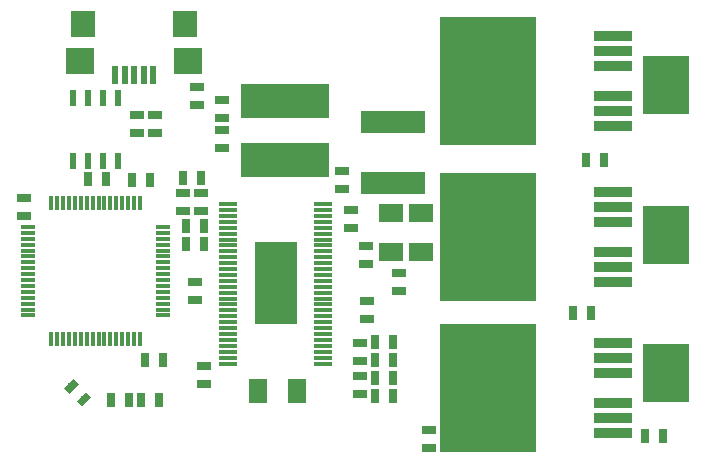
<source format=gtp>
G04 #@! TF.GenerationSoftware,KiCad,Pcbnew,(5.1.0)-1*
G04 #@! TF.CreationDate,2020-02-16T21:22:29+11:00*
G04 #@! TF.ProjectId,BLDC_4,424c4443-5f34-42e6-9b69-6361645f7063,A*
G04 #@! TF.SameCoordinates,Original*
G04 #@! TF.FileFunction,Paste,Top*
G04 #@! TF.FilePolarity,Positive*
%FSLAX46Y46*%
G04 Gerber Fmt 4.6, Leading zero omitted, Abs format (unit mm)*
G04 Created by KiCad (PCBNEW (5.1.0)-1) date 2020-02-16 21:22:29*
%MOMM*%
%LPD*%
G04 APERTURE LIST*
%ADD10R,3.200400X0.899160*%
%ADD11R,8.150860X10.800080*%
%ADD12R,5.499100X1.849120*%
%ADD13R,7.498080X2.997200*%
%ADD14R,4.000000X5.000000*%
%ADD15R,0.300000X1.300480*%
%ADD16R,1.300480X0.300000*%
%ADD17R,3.599180X7.000240*%
%ADD18R,1.501140X0.299720*%
%ADD19R,2.032000X1.524000*%
%ADD20R,1.524000X2.032000*%
%ADD21R,1.143000X0.635000*%
%ADD22R,0.635000X1.143000*%
%ADD23R,0.599440X1.399540*%
%ADD24R,2.000000X2.200000*%
%ADD25R,2.400000X2.200000*%
%ADD26R,0.500000X1.500000*%
%ADD27C,0.635000*%
%ADD28C,0.150000*%
G04 APERTURE END LIST*
D10*
X91753540Y-43899000D03*
X91753540Y-45169000D03*
X91753540Y-46439000D03*
X91753540Y-48979000D03*
X91753540Y-50249000D03*
X91753540Y-51519000D03*
D11*
X81151580Y-47709000D03*
D12*
X73082000Y-51229440D03*
X73082000Y-56380560D03*
D13*
X63938000Y-49400640D03*
X63938000Y-54399360D03*
D14*
X96196000Y-48090000D03*
X96196000Y-60790000D03*
X96196000Y-72474000D03*
D10*
X91753540Y-69934000D03*
X91753540Y-71204000D03*
X91753540Y-72474000D03*
X91753540Y-75014000D03*
X91753540Y-76284000D03*
X91753540Y-77554000D03*
D11*
X81151580Y-73744000D03*
D10*
X91753540Y-57107000D03*
X91753540Y-58377000D03*
X91753540Y-59647000D03*
X91753540Y-62187000D03*
X91753540Y-63457000D03*
X91753540Y-64727000D03*
D11*
X81151580Y-60917000D03*
D15*
X44186960Y-58087440D03*
X44684800Y-58087440D03*
X45185180Y-58087440D03*
X45685560Y-58087440D03*
X46185940Y-58087440D03*
D16*
X53686560Y-60088960D03*
X53686560Y-60586800D03*
X53686560Y-61087180D03*
X53686560Y-61587560D03*
X53686560Y-62087940D03*
D15*
X51685040Y-69588560D03*
X51187200Y-69588560D03*
X50686820Y-69588560D03*
X50186440Y-69588560D03*
X49686060Y-69588560D03*
D16*
X42185440Y-67587040D03*
X42185440Y-67089200D03*
X42185440Y-66588820D03*
X42185440Y-66088440D03*
X42185440Y-65588060D03*
D15*
X46686320Y-58087440D03*
X47186700Y-58087440D03*
X47687080Y-58087440D03*
D16*
X53686560Y-62588320D03*
X53686560Y-63088700D03*
X53686560Y-63589080D03*
D15*
X49185680Y-69588560D03*
X48685300Y-69588560D03*
X48184920Y-69588560D03*
D16*
X42185440Y-65087680D03*
X42185440Y-64587300D03*
X42185440Y-64086920D03*
D15*
X48184920Y-58087440D03*
X48685300Y-58087440D03*
X49185680Y-58087440D03*
X49686060Y-58087440D03*
X50186440Y-58087440D03*
X50686820Y-58087440D03*
X51187200Y-58087440D03*
X51685040Y-58087440D03*
D16*
X53686560Y-64086920D03*
X53686560Y-64587300D03*
X53686560Y-65087680D03*
X53686560Y-65588060D03*
X53686560Y-66088440D03*
X53686560Y-66588820D03*
X53686560Y-67089200D03*
X53686560Y-67587040D03*
D15*
X47687080Y-69588560D03*
X47186700Y-69588560D03*
X46686320Y-69588560D03*
X46185940Y-69588560D03*
X45685560Y-69588560D03*
X45185180Y-69588560D03*
X44684800Y-69588560D03*
X44186960Y-69588560D03*
D16*
X42185440Y-61087180D03*
X42185440Y-60586800D03*
X42185440Y-60088960D03*
X42185440Y-63589080D03*
X42185440Y-63088700D03*
X42185440Y-62588320D03*
X42185440Y-62087940D03*
X42185440Y-61587560D03*
D17*
X63176000Y-64854000D03*
D18*
X67176500Y-58158560D03*
X67176500Y-58656400D03*
X67176500Y-59156780D03*
X67176500Y-59657160D03*
X67176500Y-60157540D03*
X67176500Y-60657920D03*
X67176500Y-61158300D03*
X67176500Y-61656140D03*
X59175500Y-71656120D03*
X59175500Y-71158280D03*
X59175500Y-70657900D03*
X59175500Y-70157520D03*
X59175500Y-63157280D03*
X59175500Y-62656900D03*
X59175500Y-62156520D03*
X59175500Y-61656140D03*
X59175500Y-61158300D03*
X59175500Y-60657920D03*
X59175500Y-60157540D03*
X59175500Y-59657160D03*
X59175500Y-59156780D03*
X59175500Y-58656400D03*
X59175500Y-58158560D03*
X59175500Y-69657140D03*
X59175500Y-69156760D03*
X59175500Y-68656380D03*
X59175500Y-68158540D03*
X59175500Y-67658160D03*
X59175500Y-67157780D03*
X59175500Y-66657400D03*
X67176500Y-70157520D03*
X59175500Y-65656640D03*
X59175500Y-65156260D03*
X59175500Y-64658420D03*
X59175500Y-64158040D03*
X59175500Y-63657660D03*
X67176500Y-67658160D03*
X67176500Y-68158540D03*
X67176500Y-68656380D03*
X67176500Y-69156760D03*
X67176500Y-69657140D03*
X59175500Y-66157020D03*
X67176500Y-70657900D03*
X67176500Y-71158280D03*
X67176500Y-71656120D03*
X67176500Y-62156520D03*
X67176500Y-62656900D03*
X67176500Y-63157280D03*
X67176500Y-63657660D03*
X67176500Y-64158040D03*
X67176500Y-64658420D03*
X67176500Y-65156260D03*
X67176500Y-65656640D03*
X67176500Y-66157020D03*
X67176500Y-66657400D03*
X67176500Y-67157780D03*
D19*
X72955000Y-62187000D03*
X72955000Y-58885000D03*
X75495000Y-62187000D03*
X75495000Y-58885000D03*
D20*
X64954000Y-73998000D03*
X61652000Y-73998000D03*
D21*
X76130000Y-78824000D03*
X76130000Y-77300000D03*
D22*
X50730000Y-74760000D03*
X49206000Y-74760000D03*
D21*
X58604000Y-50884000D03*
X58604000Y-49360000D03*
X58604000Y-53424000D03*
X58604000Y-51900000D03*
X55302000Y-58758000D03*
X55302000Y-57234000D03*
D22*
X55556000Y-60028000D03*
X57080000Y-60028000D03*
D21*
X68764000Y-56853000D03*
X68764000Y-55329000D03*
D22*
X95942000Y-77808000D03*
X94418000Y-77808000D03*
X88322000Y-67394000D03*
X89846000Y-67394000D03*
X89465000Y-54440000D03*
X90989000Y-54440000D03*
X71558000Y-69807000D03*
X73082000Y-69807000D03*
X71558000Y-71331000D03*
X73082000Y-71331000D03*
X71558000Y-72855000D03*
X73082000Y-72855000D03*
X71558000Y-74379000D03*
X73082000Y-74379000D03*
D21*
X51450000Y-50638000D03*
X51450000Y-52162000D03*
X53000000Y-50638000D03*
X53000000Y-52162000D03*
X56500000Y-48238000D03*
X56500000Y-49762000D03*
D23*
X49855000Y-54467000D03*
X48585000Y-54467000D03*
X47315000Y-54467000D03*
X49855000Y-49133000D03*
X48585000Y-49133000D03*
X47315000Y-49133000D03*
X46045000Y-54467000D03*
X46045000Y-49133000D03*
D24*
X46850000Y-42925000D03*
X55550000Y-42925000D03*
D25*
X46650000Y-46000000D03*
X55750000Y-46000000D03*
D26*
X52800000Y-47200000D03*
X52000000Y-47200000D03*
X51200000Y-47200000D03*
X50400000Y-47200000D03*
X49600000Y-47200000D03*
D22*
X47288000Y-56000000D03*
X48812000Y-56000000D03*
X51746000Y-74760000D03*
X53270000Y-74760000D03*
D21*
X70288000Y-74252000D03*
X70288000Y-72728000D03*
X41840000Y-59139000D03*
X41840000Y-57615000D03*
X70288000Y-71458000D03*
X70288000Y-69934000D03*
X70923000Y-66378000D03*
X70923000Y-67902000D03*
X73590000Y-63965000D03*
X73590000Y-65489000D03*
X70796000Y-61679000D03*
X70796000Y-63203000D03*
X69526000Y-58631000D03*
X69526000Y-60155000D03*
X57080000Y-71839000D03*
X57080000Y-73363000D03*
X56318000Y-66251000D03*
X56318000Y-64727000D03*
D22*
X55302000Y-55964000D03*
X56826000Y-55964000D03*
D21*
X56826000Y-58758000D03*
X56826000Y-57234000D03*
D22*
X52508000Y-56091000D03*
X50984000Y-56091000D03*
X57080000Y-61552000D03*
X55556000Y-61552000D03*
D27*
X46950815Y-74663815D03*
D28*
G36*
X46322197Y-74843420D02*
G01*
X47130420Y-74035197D01*
X47579433Y-74484210D01*
X46771210Y-75292433D01*
X46322197Y-74843420D01*
X46322197Y-74843420D01*
G37*
D27*
X45873185Y-73586185D03*
D28*
G36*
X45244567Y-73765790D02*
G01*
X46052790Y-72957567D01*
X46501803Y-73406580D01*
X45693580Y-74214803D01*
X45244567Y-73765790D01*
X45244567Y-73765790D01*
G37*
D22*
X52127000Y-71331000D03*
X53651000Y-71331000D03*
M02*

</source>
